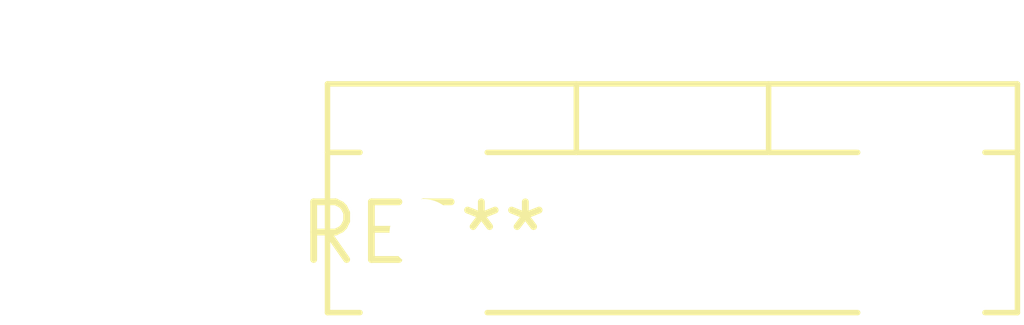
<source format=kicad_pcb>
(kicad_pcb (version 20240108) (generator pcbnew)
  (layers (0 "F.Cu" signal) (31 "B.Cu" signal) (34 "B.Paste" user) (35 "F.Paste" user) (36 "B.SilkS" user "B.Silkscreen") (37 "F.SilkS" user "F.Silkscreen") (38 "B.Mask" user) (39 "F.Mask" user) (44 "Edge.Cuts" user))
  (net 0 "")
  (footprint "TO-218-2_Vertical" (layer "F.Cu") (at 0 0)
    (property "Reference" "REF**")
    (property "Value" "TO-218-2_Vertical")
    (fp_line (start -2.115 -3.29) (end -2.115 1.75) (layer "F.SilkS") (stroke (width 0.12)))
    (fp_line (start -2.115 -3.29) (end 13.065 -3.29) (layer "F.SilkS") (stroke (width 0.12)))
    (fp_line (start -2.115 -1.78) (end -1.4 -1.78) (layer "F.SilkS") (stroke (width 0.12)))
    (fp_line (start -2.115 1.75) (end -1.4 1.75) (layer "F.SilkS") (stroke (width 0.12)))
    (fp_line (start 1.4 -1.78) (end 9.55 -1.78) (layer "F.SilkS") (stroke (width 0.12)))
    (fp_line (start 1.4 1.75) (end 9.55 1.75) (layer "F.SilkS") (stroke (width 0.12)))
    (fp_line (start 3.36 -3.29) (end 3.36 -1.78) (layer "F.SilkS") (stroke (width 0.12)))
    (fp_line (start 7.59 -3.29) (end 7.59 -1.78) (layer "F.SilkS") (stroke (width 0.12)))
    (fp_line (start 12.35 -1.78) (end 13.065 -1.78) (layer "F.SilkS") (stroke (width 0.12)))
    (fp_line (start 12.35 1.75) (end 13.065 1.75) (layer "F.SilkS") (stroke (width 0.12)))
    (fp_line (start 13.065 -3.29) (end 13.065 1.75) (layer "F.SilkS") (stroke (width 0.12)))
    (pad "1" thru_hole rect (at 0 0) (size 2.5 3.5) (drill 1.5) (layers *.Cu *.Mask) (remove_unused_layers))
    (pad "2" thru_hole oval (at 10.95 0) (size 2.5 3.5) (drill 1.5) (layers *.Cu *.Mask) (remove_unused_layers))
  )
)
</source>
